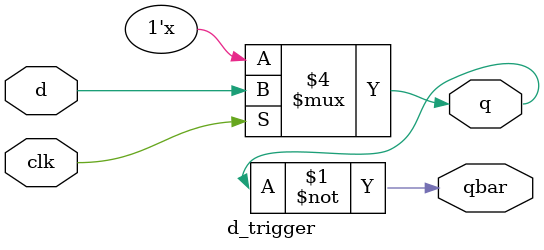
<source format=v>
`timescale 1ns/1ns
module d_trigger(d,clk,q,qbar);
    output reg q;
    output qbar;
    input d, clk;
    assign qbar = ~q;
    always @ (d or clk) begin
        if (clk)
       #1 q = d;
    end
endmodule
</source>
